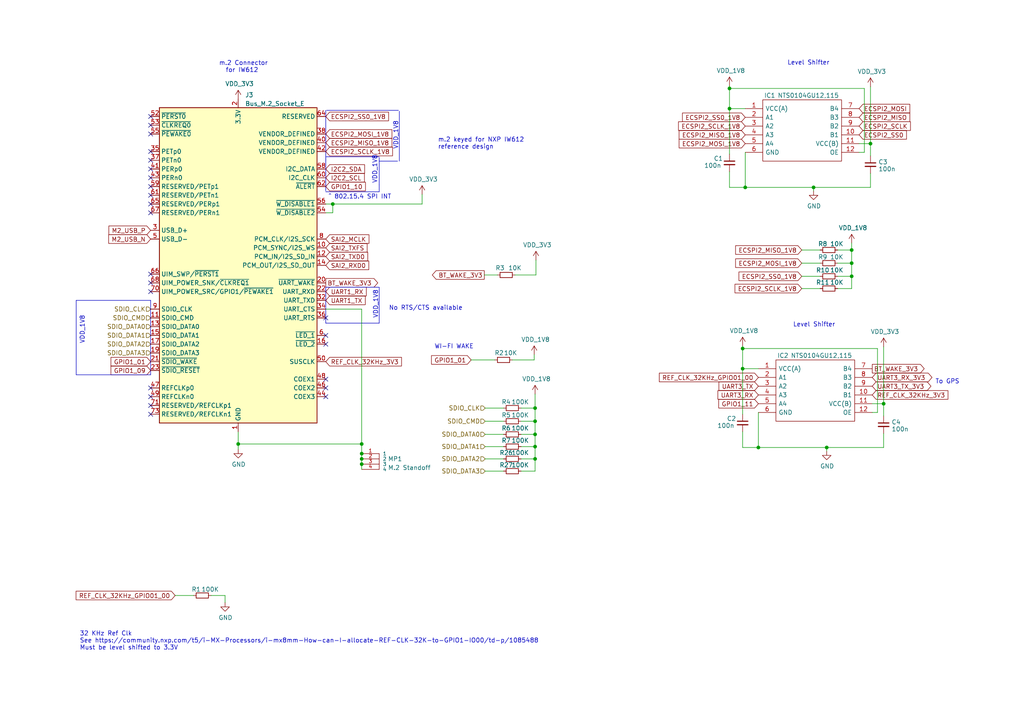
<source format=kicad_sch>
(kicad_sch (version 20230121) (generator eeschema)
  (paper "A4")
  (lib_symbols
    (symbol "Connector:Bus_M.2_Socket_E"
      (property "Reference" "J" (at -22.86 46.99 0))
      (property "Value" "Bus_M.2_Socket_E" (at 16.51 46.99 0))
      (symbol "Bus_M.2_Socket_E_0_1"
        (rectangle (start -22.86 45.72) (end 22.86 -45.72) (stroke (width 0.254)) (fill (type background)))
      )
      (symbol "Bus_M.2_Socket_E_1_1"
        (pin power_in line (at 0 -48.26 90) (length 2.54) (name "GND") (number "1"))
        (pin bidirectional line (at 25.4 5.08 180) (length 2.54) (name "PCM_SYNC/I2S_WS") (number "10"))
        (pin bidirectional line (at -25.4 -15.24 0) (length 2.54) (name "SDIO_CMD") (number "11"))
        (pin input line (at 25.4 2.54 180) (length 2.54) (name "PCM_IN/I2S_SD_IN") (number "12"))
        (pin bidirectional line (at -25.4 -17.78 0) (length 2.54) (name "SDIO_DATA0") (number "13"))
        (pin output line (at 25.4 0 180) (length 2.54) (name "PCM_OUT/I2S_SD_OUT") (number "14"))
        (pin bidirectional line (at -25.4 -20.32 0) (length 2.54) (name "SDIO_DATA1") (number "15"))
        (pin open_collector line (at 25.4 -22.86 180) (length 2.54) (name "~{LED_2}") (number "16"))
        (pin bidirectional line (at -25.4 -22.86 0) (length 2.54) (name "SDIO_DATA2") (number "17"))
        (pin passive line (at 0 -48.26 90) (length 2.54) hide (name "GND") (number "18"))
        (pin bidirectional line (at -25.4 -25.4 0) (length 2.54) (name "SDIO_DATA3") (number "19"))
        (pin power_in line (at 0 48.26 270) (length 2.54) (name "3.3V") (number "2"))
        (pin input line (at 25.4 -5.08 180) (length 2.54) (name "~{UART_WAKE}") (number "20"))
        (pin input line (at -25.4 -27.94 0) (length 2.54) (name "~{SDIO_WAKE}") (number "21"))
        (pin input line (at 25.4 -7.62 180) (length 2.54) (name "UART_RXD") (number "22"))
        (pin output line (at -25.4 -30.48 0) (length 2.54) (name "~{SDIO_RESET}") (number "23"))
        (pin bidirectional line (at -25.4 10.16 0) (length 2.54) (name "USB_D+") (number "3"))
        (pin output line (at 25.4 -10.16 180) (length 2.54) (name "UART_TXD") (number "32"))
        (pin passive line (at 0 -48.26 90) (length 2.54) hide (name "GND") (number "33"))
        (pin input line (at 25.4 -12.7 180) (length 2.54) (name "UART_CTS") (number "34"))
        (pin output line (at -25.4 33.02 0) (length 2.54) (name "PETp0") (number "35"))
        (pin output line (at 25.4 -15.24 180) (length 2.54) (name "UART_RTS") (number "36"))
        (pin output line (at -25.4 30.48 0) (length 2.54) (name "PETn0") (number "37"))
        (pin passive line (at 25.4 38.1 180) (length 2.54) (name "VENDOR_DEFINED") (number "38"))
        (pin passive line (at 0 -48.26 90) (length 2.54) hide (name "GND") (number "39"))
        (pin passive line (at 0 48.26 270) (length 2.54) hide (name "3.3V") (number "4"))
        (pin passive line (at 25.4 35.56 180) (length 2.54) (name "VENDOR_DEFINED") (number "40"))
        (pin input line (at -25.4 27.94 0) (length 2.54) (name "PERp0") (number "41"))
        (pin passive line (at 25.4 33.02 180) (length 2.54) (name "VENDOR_DEFINED") (number "42"))
        (pin input line (at -25.4 25.4 0) (length 2.54) (name "PERn0") (number "43"))
        (pin bidirectional line (at 25.4 -38.1 180) (length 2.54) (name "COEX3") (number "44"))
        (pin passive line (at 0 -48.26 90) (length 2.54) hide (name "GND") (number "45"))
        (pin bidirectional line (at 25.4 -35.56 180) (length 2.54) (name "COEX2") (number "46"))
        (pin output line (at -25.4 -35.56 0) (length 2.54) (name "REFCLKp0") (number "47"))
        (pin bidirectional line (at 25.4 -33.02 180) (length 2.54) (name "COEX1") (number "48"))
        (pin output line (at -25.4 -38.1 0) (length 2.54) (name "REFCLKn0") (number "49"))
        (pin bidirectional line (at -25.4 7.62 0) (length 2.54) (name "USB_D-") (number "5"))
        (pin output line (at 25.4 -27.94 180) (length 2.54) (name "SUSCLK") (number "50"))
        (pin passive line (at 0 -48.26 90) (length 2.54) hide (name "GND") (number "51"))
        (pin output line (at -25.4 43.18 0) (length 2.54) (name "~{PERST0}") (number "52"))
        (pin bidirectional line (at -25.4 40.64 0) (length 2.54) (name "~{CLKREQ0}") (number "53"))
        (pin output line (at 25.4 15.24 180) (length 2.54) (name "~{W_DISABLE2}") (number "54"))
        (pin bidirectional line (at -25.4 38.1 0) (length 2.54) (name "~{PEWAKE0}") (number "55"))
        (pin output line (at 25.4 17.78 180) (length 2.54) (name "~{W_DISABLE1}") (number "56"))
        (pin passive line (at 0 -48.26 90) (length 2.54) hide (name "GND") (number "57"))
        (pin bidirectional line (at 25.4 27.94 180) (length 2.54) (name "I2C_DATA") (number "58"))
        (pin output line (at -25.4 22.86 0) (length 2.54) (name "RESERVED/PETp1") (number "59"))
        (pin open_collector line (at 25.4 -20.32 180) (length 2.54) (name "~{LED_1}") (number "6"))
        (pin output line (at 25.4 25.4 180) (length 2.54) (name "I2C_CLK") (number "60"))
        (pin output line (at -25.4 20.32 0) (length 2.54) (name "RESERVED/PETn1") (number "61"))
        (pin input line (at 25.4 22.86 180) (length 2.54) (name "~{ALERT}") (number "62"))
        (pin passive line (at 0 -48.26 90) (length 2.54) hide (name "GND") (number "63"))
        (pin passive line (at 25.4 43.18 180) (length 2.54) (name "RESERVED") (number "64"))
        (pin input line (at -25.4 17.78 0) (length 2.54) (name "RESERVED/PERp1") (number "65"))
        (pin output line (at -25.4 -2.54 0) (length 2.54) (name "UIM_SWP/~{PERST1}") (number "66"))
        (pin input line (at -25.4 15.24 0) (length 2.54) (name "RESERVED/PERn1") (number "67"))
        (pin bidirectional line (at -25.4 -5.08 0) (length 2.54) (name "UIM_POWER_SNK/~{CLKREQ1}") (number "68"))
        (pin passive line (at 0 -48.26 90) (length 2.54) hide (name "GND") (number "69"))
        (pin passive line (at 0 -48.26 90) (length 2.54) hide (name "GND") (number "7"))
        (pin bidirectional line (at -25.4 -7.62 0) (length 2.54) (name "UIM_POWER_SRC/GPIO1/~{PEWAKE1}") (number "70"))
        (pin output line (at -25.4 -40.64 0) (length 2.54) (name "RESERVED/REFCLKp1") (number "71"))
        (pin passive line (at 0 48.26 270) (length 2.54) hide (name "3.3V") (number "72"))
        (pin output line (at -25.4 -43.18 0) (length 2.54) (name "RESERVED/REFCLKn1") (number "73"))
        (pin passive line (at 0 48.26 270) (length 2.54) hide (name "3.3V") (number "74"))
        (pin passive line (at 0 -48.26 90) (length 2.54) hide (name "GND") (number "75"))
        (pin bidirectional line (at 25.4 7.62 180) (length 2.54) (name "PCM_CLK/I2S_SCK") (number "8"))
        (pin output line (at -25.4 -12.7 0) (length 2.54) (name "SDIO_CLK") (number "9"))
      )
    )
    (symbol "Device:C_Small" (pin_numbers hide) (pin_names (offset 0.254) hide)
      (property "Reference" "C" (at 0.254 1.778 0))
      (property "Value" "C_Small" (at 0.254 -2.032 0))
      (symbol "C_Small_0_1"
        (polyline (pts (xy -1.524 -0.508) (xy 1.524 -0.508)) (stroke (width 0.3302)))
        (polyline (pts (xy -1.524 0.508) (xy 1.524 0.508)) (stroke (width 0.3048)))
      )
      (symbol "C_Small_1_1"
        (pin passive line (at 0 2.54 270) (length 2.032) (name "~") (number "1"))
        (pin passive line (at 0 -2.54 90) (length 2.032) (name "~") (number "2"))
      )
    )
    (symbol "Device:R_Small" (pin_numbers hide) (pin_names (offset 0.254) hide)
      (property "Reference" "R" (at 0.762 0.508 0))
      (property "Value" "R_Small" (at 0.762 -1.016 0))
      (symbol "R_Small_0_1"
        (rectangle (start -0.762 1.778) (end 0.762 -1.778) (stroke (width 0.2032)))
      )
      (symbol "R_Small_1_1"
        (pin passive line (at 0 2.54 270) (length 0.762) (name "~") (number "1"))
        (pin passive line (at 0 -2.54 90) (length 0.762) (name "~") (number "2"))
      )
    )
    (symbol "ares-m-daughterboard:M.2 Standoff" (pin_names (offset 1.016))
      (property "Reference" "MP" (at 3.302 2.286 0))
      (property "Value" "M.2 Standoff" (at 3.302 0.508 0))
      (symbol "M.2 Standoff_0_0"
        (pin passive line (at -5.08 4.572 0) (length 5.08) (name "1") (number "1"))
        (pin passive line (at -5.08 3.048 0) (length 5.08) (name "2") (number "2"))
        (pin passive line (at -5.08 1.524 0) (length 5.08) (name "3") (number "3"))
        (pin passive line (at -5.08 0 0) (length 5.08) (name "4") (number "4"))
      )
      (symbol "M.2 Standoff_0_1"
        (polyline (pts (xy 0 4.572) (xy 0 0) (xy 0 0)) (stroke (width 0.1524)))
      )
    )
    (symbol "ares-m-daughterboard:NTS0104GU12,115" (pin_names (offset 0.762))
      (property "Reference" "IC" (at 29.21 7.62 0))
      (property "Value" "NTS0104GU12,115" (at 29.21 5.08 0))
      (symbol "NTS0104GU12,115_0_0"
        (pin passive line (at 0 0 0) (length 5.08) (name "VCC(A)") (number "1"))
        (pin passive line (at 33.02 -7.62 180) (length 5.08) (name "B1") (number "10"))
        (pin passive line (at 33.02 -10.16 180) (length 5.08) (name "VCC(B)") (number "11"))
        (pin passive line (at 33.02 -12.7 180) (length 5.08) (name "OE") (number "12"))
        (pin passive line (at 0 -2.54 0) (length 5.08) (name "A1") (number "2"))
        (pin passive line (at 0 -5.08 0) (length 5.08) (name "A2") (number "3"))
        (pin passive line (at 0 -7.62 0) (length 5.08) (name "A3") (number "4"))
        (pin passive line (at 0 -10.16 0) (length 5.08) (name "A4") (number "5"))
        (pin passive line (at 0 -12.7 0) (length 5.08) (name "GND") (number "6"))
        (pin passive line (at 33.02 0 180) (length 5.08) (name "B4") (number "7"))
        (pin passive line (at 33.02 -2.54 180) (length 5.08) (name "B3") (number "8"))
        (pin passive line (at 33.02 -5.08 180) (length 5.08) (name "B2") (number "9"))
      )
      (symbol "NTS0104GU12,115_0_1"
        (polyline (pts (xy 5.08 2.54) (xy 27.94 2.54) (xy 27.94 -15.24) (xy 5.08 -15.24) (xy 5.08 2.54)) (stroke (width 0.1524)))
      )
    )
    (symbol "kimchi_ulid:VDD_1V8" (power) (pin_names (offset 0))
      (property "Value" "VDD_1V8" (at 0 3.556 0))
      (symbol "VDD_1V8_0_1"
        (polyline (pts (xy -0.762 1.27) (xy 0 2.54)))
        (polyline (pts (xy 0 0) (xy 0 2.54)))
        (polyline (pts (xy 0 2.54) (xy 0.762 1.27)))
      )
      (symbol "VDD_1V8_1_1"
        (pin power_in line (at 0 0 90) (length 0) hide (name "VDD_1V8") (number "1"))
      )
    )
    (symbol "kimchi_ulid:VDD_3V3" (power) (pin_names (offset 0))
      (property "Value" "VDD_3V3" (at 0 3.556 0))
      (symbol "VDD_3V3_0_1"
        (polyline (pts (xy -0.762 1.27) (xy 0 2.54)))
        (polyline (pts (xy 0 0) (xy 0 2.54)))
        (polyline (pts (xy 0 2.54) (xy 0.762 1.27)))
      )
      (symbol "VDD_3V3_1_1"
        (pin power_in line (at 0 0 90) (length 0) hide (name "VDD_3V3") (number "1"))
      )
    )
    (symbol "power:GND" (power) (pin_names (offset 0))
      (property "Value" "GND" (at 0 -3.81 0))
      (symbol "GND_0_1"
        (polyline (pts (xy 0 0) (xy 0 -1.27) (xy 1.27 -1.27) (xy 0 -2.54) (xy -1.27 -1.27) (xy 0 -1.27)))
      )
      (symbol "GND_1_1"
        (pin power_in line (at 0 0 270) (length 0) hide (name "GND") (number "1"))
      )
    )
  )
  (junction (at 215.392 101.092))
  (junction (at 69.088 128.778))
  (junction (at 155.194 133.096))
  (junction (at 104.902 128.778))
  (junction (at 155.194 129.54))
  (junction (at 219.964 129.794))
  (junction (at 247.015 72.517))
  (junction (at 239.776 129.794))
  (junction (at 104.902 134.62))
  (junction (at 256.286 117.094))
  (junction (at 252.476 41.656))
  (junction (at 211.582 31.496))
  (junction (at 104.902 133.096))
  (junction (at 96.52 59.182))
  (junction (at 247.015 80.137))
  (junction (at 155.194 122.174))
  (junction (at 215.392 106.934))
  (junction (at 104.902 131.572))
  (junction (at 155.194 125.984))
  (junction (at 235.966 54.356))
  (junction (at 247.015 76.327))
  (junction (at 211.582 25.654))
  (junction (at 216.154 54.356))
  (junction (at 155.194 118.364))
  (no_connect (at 43.688 46.482))
  (no_connect (at 43.688 84.582))
  (no_connect (at 43.688 38.862))
  (no_connect (at 43.688 115.062))
  (no_connect (at 43.688 49.022))
  (no_connect (at 43.688 59.182))
  (no_connect (at 43.688 120.142))
  (no_connect (at 94.488 109.982))
  (no_connect (at 43.688 82.042))
  (no_connect (at 43.688 43.942))
  (no_connect (at 43.688 79.502))
  (no_connect (at 43.688 51.562))
  (no_connect (at 43.688 112.522))
  (no_connect (at 43.688 33.782))
  (no_connect (at 94.488 112.522))
  (no_connect (at 94.488 99.822))
  (no_connect (at 94.488 115.062))
  (no_connect (at 43.688 56.642))
  (no_connect (at 43.688 36.322))
  (no_connect (at 43.688 61.722))
  (no_connect (at 94.488 92.202))
  (no_connect (at 94.488 97.282))
  (no_connect (at 43.688 54.102))
  (no_connect (at 43.688 117.602))
  (wire (pts (xy 216.154 44.196) (xy 216.154 54.356)))
  (wire (pts (xy 140.462 79.756) (xy 144.272 79.756)))
  (polyline (pts (xy 109.982 93.726) (xy 94.488 93.726)))
  (polyline (pts (xy 109.982 53.594) (xy 109.982 55.626)))
  (polyline (pts (xy 22.098 87.122) (xy 22.098 108.712)))
  (wire (pts (xy 61.214 172.72) (xy 65.278 172.72)))
  (wire (pts (xy 140.716 136.652) (xy 146.05 136.652)))
  (wire (pts (xy 252.984 119.634) (xy 254.508 119.634)))
  (wire (pts (xy 232.537 72.517) (xy 237.871 72.517)))
  (wire (pts (xy 94.488 59.182) (xy 96.52 59.182)))
  (wire (pts (xy 211.582 24.892) (xy 211.582 25.654)))
  (wire (pts (xy 249.174 41.656) (xy 252.476 41.656)))
  (wire (pts (xy 219.964 129.794) (xy 239.776 129.794)))
  (wire (pts (xy 155.194 118.364) (xy 155.194 122.174)))
  (wire (pts (xy 140.716 129.54) (xy 146.05 129.54)))
  (polyline (pts (xy 109.982 55.626) (xy 94.488 55.626)))
  (polyline (pts (xy 109.982 83.312) (xy 109.982 93.726)))
  (wire (pts (xy 252.984 117.094) (xy 256.286 117.094)))
  (wire (pts (xy 242.951 72.517) (xy 247.015 72.517)))
  (wire (pts (xy 211.582 44.704) (xy 211.582 31.496)))
  (wire (pts (xy 140.716 133.096) (xy 146.05 133.096)))
  (polyline (pts (xy 43.688 87.122) (xy 43.688 108.712)))
  (wire (pts (xy 96.52 61.722) (xy 96.52 59.182)))
  (wire (pts (xy 211.582 25.654) (xy 250.698 25.654)))
  (wire (pts (xy 155.194 136.652) (xy 155.194 133.096)))
  (wire (pts (xy 104.902 131.572) (xy 104.902 133.096)))
  (wire (pts (xy 122.428 56.388) (xy 122.428 59.182)))
  (wire (pts (xy 235.966 54.356) (xy 235.966 55.372)))
  (wire (pts (xy 140.716 125.984) (xy 146.05 125.984)))
  (wire (pts (xy 215.392 125.222) (xy 215.392 129.794)))
  (wire (pts (xy 232.537 83.693) (xy 237.871 83.693)))
  (wire (pts (xy 215.392 101.092) (xy 254.508 101.092)))
  (wire (pts (xy 50.8 172.72) (xy 56.134 172.72)))
  (wire (pts (xy 247.015 83.693) (xy 247.015 80.137)))
  (wire (pts (xy 256.286 117.094) (xy 256.286 100.584)))
  (wire (pts (xy 155.194 129.54) (xy 155.194 125.984)))
  (wire (pts (xy 151.13 129.54) (xy 155.194 129.54)))
  (wire (pts (xy 252.476 41.656) (xy 252.476 25.146)))
  (wire (pts (xy 69.088 125.222) (xy 69.088 128.778)))
  (wire (pts (xy 148.59 104.394) (xy 154.94 104.394)))
  (wire (pts (xy 211.582 54.356) (xy 216.154 54.356)))
  (wire (pts (xy 215.392 101.092) (xy 215.392 106.934)))
  (polyline (pts (xy 94.488 45.72) (xy 94.488 55.372)))
  (wire (pts (xy 104.902 128.778) (xy 69.088 128.778)))
  (polyline (pts (xy 94.488 45.466) (xy 109.982 45.466)))
  (wire (pts (xy 242.951 80.137) (xy 247.015 80.137)))
  (wire (pts (xy 252.476 54.356) (xy 235.966 54.356)))
  (wire (pts (xy 215.392 100.33) (xy 215.392 101.092)))
  (wire (pts (xy 232.537 76.327) (xy 237.871 76.327)))
  (wire (pts (xy 247.015 72.517) (xy 247.015 76.327)))
  (wire (pts (xy 211.582 49.784) (xy 211.582 54.356)))
  (wire (pts (xy 94.488 89.662) (xy 104.902 89.662)))
  (polyline (pts (xy 94.488 83.312) (xy 109.982 83.312)))
  (wire (pts (xy 149.352 79.756) (xy 155.448 79.756)))
  (polyline (pts (xy 43.688 87.122) (xy 22.098 87.122)))
  (wire (pts (xy 104.902 134.62) (xy 104.902 136.144)))
  (wire (pts (xy 154.94 104.394) (xy 154.94 102.87)))
  (wire (pts (xy 104.902 133.096) (xy 104.902 134.62)))
  (wire (pts (xy 211.582 31.496) (xy 216.154 31.496)))
  (wire (pts (xy 104.902 89.662) (xy 104.902 128.778)))
  (wire (pts (xy 155.194 122.174) (xy 155.194 125.984)))
  (wire (pts (xy 151.13 133.096) (xy 155.194 133.096)))
  (wire (pts (xy 215.392 120.142) (xy 215.392 106.934)))
  (wire (pts (xy 232.537 80.137) (xy 237.871 80.137)))
  (wire (pts (xy 247.015 70.485) (xy 247.015 72.517)))
  (wire (pts (xy 69.088 128.778) (xy 69.088 130.302)))
  (wire (pts (xy 256.286 129.794) (xy 239.776 129.794)))
  (wire (pts (xy 65.278 172.72) (xy 65.278 174.752)))
  (wire (pts (xy 216.154 54.356) (xy 235.966 54.356)))
  (wire (pts (xy 249.174 44.196) (xy 250.698 44.196)))
  (wire (pts (xy 256.286 117.094) (xy 256.286 120.65)))
  (polyline (pts (xy 94.488 83.312) (xy 94.488 93.726)))
  (wire (pts (xy 94.488 61.722) (xy 96.52 61.722)))
  (wire (pts (xy 155.448 79.756) (xy 155.448 75.438)))
  (wire (pts (xy 151.13 125.984) (xy 155.194 125.984)))
  (wire (pts (xy 256.286 125.73) (xy 256.286 129.794)))
  (polyline (pts (xy 94.488 32.004) (xy 94.488 46.736)))
  (wire (pts (xy 155.194 114.3) (xy 155.194 118.364)))
  (polyline (pts (xy 22.098 108.712) (xy 43.688 108.712)))
  (wire (pts (xy 136.652 104.394) (xy 143.51 104.394)))
  (wire (pts (xy 211.582 25.654) (xy 211.582 31.496)))
  (wire (pts (xy 151.13 118.364) (xy 155.194 118.364)))
  (wire (pts (xy 252.476 41.656) (xy 252.476 45.212)))
  (polyline (pts (xy 109.982 45.72) (xy 109.982 53.594)))
  (polyline (pts (xy 115.824 32.258) (xy 115.824 46.736)))
  (wire (pts (xy 140.716 122.174) (xy 146.05 122.174)))
  (wire (pts (xy 254.508 101.092) (xy 254.508 119.634)))
  (wire (pts (xy 247.015 76.327) (xy 242.951 76.327)))
  (wire (pts (xy 155.194 133.096) (xy 155.194 129.54)))
  (wire (pts (xy 242.951 83.693) (xy 247.015 83.693)))
  (wire (pts (xy 104.902 128.778) (xy 104.902 131.572)))
  (wire (pts (xy 96.52 59.182) (xy 122.428 59.182)))
  (polyline (pts (xy 94.742 32.004) (xy 115.57 32.004)))
  (wire (pts (xy 247.015 76.327) (xy 247.015 80.137)))
  (wire (pts (xy 140.716 118.364) (xy 146.05 118.364)))
  (wire (pts (xy 239.776 129.794) (xy 239.776 130.81)))
  (wire (pts (xy 155.194 122.174) (xy 151.13 122.174)))
  (wire (pts (xy 151.13 136.652) (xy 155.194 136.652)))
  (wire (pts (xy 250.698 25.654) (xy 250.698 44.196)))
  (wire (pts (xy 252.476 50.292) (xy 252.476 54.356)))
  (wire (pts (xy 215.392 129.794) (xy 219.964 129.794)))
  (polyline (pts (xy 115.316 46.736) (xy 109.982 46.736)))
  (wire (pts (xy 215.392 106.934) (xy 219.964 106.934)))
  (wire (pts (xy 219.964 119.634) (xy 219.964 129.794)))
  (text "32 KHz Ref Clk\nSee https://community.nxp.com/t5/i-MX-Processors/i-mx8mm-How-can-I-allocate-REF-CLK-32K-to-GPIO1-IO00/td-p/1085488\nMust be level shifted to 3.3V\n" (at 23.114 188.722 0) (effects (font (size 1.27 1.27)) (justify left bottom)))
  (text "WI-FI WAKE" (at 125.984 101.346 0) (effects (font (size 1.27 1.27)) (justify left bottom)))
  (text "VDD_1V8" (at 109.474 53.34 90) (effects (font (size 1.27 1.27)) (justify left bottom)))
  (text "VDD_1V8" (at 24.638 99.822 90) (effects (font (size 1.27 1.27)) (justify left bottom)))
  (text "Level Shifter" (at 228.346 19.05 0) (effects (font (size 1.27 1.27)) (justify left bottom)))
  (text "No RTS/CTS available" (at 112.776 90.17 0) (effects (font (size 1.27 1.27)) (justify left bottom)))
  (text "VDD_1V8" (at 109.728 92.456 90) (effects (font (size 1.27 1.27)) (justify left bottom)))
  (text "m.2 keyed for NXP IW612\nreference design" (at 127 43.434 0) (effects (font (size 1.27 1.27)) (justify left bottom)))
  (text "m.2 Connector\n  for IW612" (at 63.5 21.209 0) (effects (font (size 1.27 1.27)) (justify left bottom)))
  (text "^ 802.15.4 SPI INT" (at 95.25 57.912 0) (effects (font (size 1.27 1.27)) (justify left bottom)))
  (text "Level Shifter" (at 229.997 94.996 0) (effects (font (size 1.27 1.27)) (justify left bottom)))
  (text "VDD_1V8" (at 115.57 43.434 90) (effects (font (size 1.27 1.27)) (justify left bottom)))
  (text "To GPS" (at 271.272 111.506 0) (effects (font (size 1.27 1.27)) (justify left bottom)))
  (global_label "ECSPI2_SCLK_1V8" (shape input) (at 232.537 83.693 180) (property "Intersheetrefs" "${INTERSHEET_REFS}" (effects hide)))
  (global_label "ECSPI2_MOSI_1V8" (shape input) (at 232.537 76.327 180) (property "Intersheetrefs" "${INTERSHEET_REFS}" (effects hide)))
  (global_label "BT_WAKE_3V3" (shape output) (at 140.462 79.756 180) (property "Intersheetrefs" "${INTERSHEET_REFS}" (effects hide)))
  (global_label "REF_CLK_32KHz_3V3" (shape input) (at 94.488 104.902 0) (property "Intersheetrefs" "${INTERSHEET_REFS}" (effects hide)))
  (global_label "REF_CLK_32KHz_3V3" (shape input) (at 252.984 114.554 0) (property "Intersheetrefs" "${INTERSHEET_REFS}" (effects hide)))
  (global_label "UART3_TX" (shape input) (at 219.964 112.014 180) (property "Intersheetrefs" "${INTERSHEET_REFS}" (effects hide)))
  (global_label "UART1_TX" (shape input) (at 94.488 87.122 0) (property "Intersheetrefs" "${INTERSHEET_REFS}" (effects hide)))
  (global_label "ECSPI2_SS0_1V8" (shape input) (at 94.488 33.782 0) (property "Intersheetrefs" "${INTERSHEET_REFS}" (effects hide)))
  (global_label "ECSPI2_MISO_1V8" (shape input) (at 232.537 72.517 180) (property "Intersheetrefs" "${INTERSHEET_REFS}" (effects hide)))
  (global_label "I2C2_SDA" (shape input) (at 94.488 49.022 0) (property "Intersheetrefs" "${INTERSHEET_REFS}" (effects hide)))
  (global_label "ECSPI2_SCLK_1V8" (shape input) (at 216.154 36.576 180) (property "Intersheetrefs" "${INTERSHEET_REFS}" (effects hide)))
  (global_label "I2C2_SCL" (shape input) (at 94.488 51.562 0) (property "Intersheetrefs" "${INTERSHEET_REFS}" (effects hide)))
  (global_label "UART3_TX_3V3" (shape bidirectional) (at 252.984 112.014 0) (property "Intersheetrefs" "${INTERSHEET_REFS}" (effects hide)))
  (global_label "SAI2_TXFS" (shape input) (at 94.488 71.882 0) (property "Intersheetrefs" "${INTERSHEET_REFS}" (effects hide)))
  (global_label "ECSPI2_SS0_1V8" (shape input) (at 216.154 34.036 180) (property "Intersheetrefs" "${INTERSHEET_REFS}" (effects hide)))
  (global_label "ECSPI2_SS0" (shape input) (at 249.174 39.116 0) (property "Intersheetrefs" "${INTERSHEET_REFS}" (effects hide)))
  (global_label "ECSPI2_MISO_1V8" (shape input) (at 216.154 39.116 180) (property "Intersheetrefs" "${INTERSHEET_REFS}" (effects hide)))
  (global_label "ECSPI2_MISO" (shape input) (at 249.174 34.036 0) (property "Intersheetrefs" "${INTERSHEET_REFS}" (effects hide)))
  (global_label "ECSPI2_SCLK_1V8" (shape input) (at 94.488 43.942 0) (property "Intersheetrefs" "${INTERSHEET_REFS}" (effects hide)))
  (global_label "SAI2_MCLK" (shape input) (at 94.488 69.342 0) (property "Intersheetrefs" "${INTERSHEET_REFS}" (effects hide)))
  (global_label "GPIO1_09" (shape input) (at 43.688 107.442 180) (property "Intersheetrefs" "${INTERSHEET_REFS}" (effects hide)))
  (global_label "ECSPI2_MOSI_1V8" (shape input) (at 216.154 41.656 180) (property "Intersheetrefs" "${INTERSHEET_REFS}" (effects hide)))
  (global_label "ECSPI2_MISO_1V8" (shape input) (at 94.488 41.402 0) (property "Intersheetrefs" "${INTERSHEET_REFS}" (effects hide)))
  (global_label "UART1_RX" (shape input) (at 94.488 84.582 0) (property "Intersheetrefs" "${INTERSHEET_REFS}" (effects hide)))
  (global_label "ECSPI2_MOSI_1V8" (shape input) (at 94.488 38.862 0) (property "Intersheetrefs" "${INTERSHEET_REFS}" (effects hide)))
  (global_label "GPIO1_01" (shape input) (at 43.688 104.902 180) (property "Intersheetrefs" "${INTERSHEET_REFS}" (effects hide)))
  (global_label "GPIO1_01" (shape input) (at 136.652 104.394 180) (property "Intersheetrefs" "${INTERSHEET_REFS}" (effects hide)))
  (global_label "REF_CLK_32KHz_GPIO01_00" (shape input) (at 219.964 109.474 180) (property "Intersheetrefs" "${INTERSHEET_REFS}" (effects hide)))
  (global_label "SAI2_TXD0" (shape input) (at 94.488 74.422 0) (property "Intersheetrefs" "${INTERSHEET_REFS}" (effects hide)))
  (global_label "BT_WAKE_3V3" (shape output) (at 252.984 106.934 0) (property "Intersheetrefs" "${INTERSHEET_REFS}" (effects hide)))
  (global_label "ECSPI2_MOSI" (shape input) (at 249.174 31.496 0) (property "Intersheetrefs" "${INTERSHEET_REFS}" (effects hide)))
  (global_label "ECSPI2_SS0_1V8" (shape input) (at 232.537 80.137 180) (property "Intersheetrefs" "${INTERSHEET_REFS}" (effects hide)))
  (global_label "M2_USB_N" (shape input) (at 43.688 69.342 180) (property "Intersheetrefs" "${INTERSHEET_REFS}" (effects hide)))
  (global_label "UART3_RX_3V3" (shape bidirectional) (at 252.984 109.474 0) (property "Intersheetrefs" "${INTERSHEET_REFS}" (effects hide)))
  (global_label "M2_USB_P" (shape input) (at 43.688 66.802 180) (property "Intersheetrefs" "${INTERSHEET_REFS}" (effects hide)))
  (global_label "REF_CLK_32KHz_GPIO01_00" (shape input) (at 50.8 172.72 180) (property "Intersheetrefs" "${INTERSHEET_REFS}" (effects hide)))
  (global_label "UART3_RX" (shape input) (at 219.964 114.554 180) (property "Intersheetrefs" "${INTERSHEET_REFS}" (effects hide)))
  (global_label "GPIO1_10" (shape input) (at 94.488 54.102 0) (property "Intersheetrefs" "${INTERSHEET_REFS}" (effects hide)))
  (global_label "SAI2_RXD0" (shape input) (at 94.488 76.962 0) (property "Intersheetrefs" "${INTERSHEET_REFS}" (effects hide)))
  (global_label "ECSPI2_SCLK" (shape input) (at 249.174 36.576 0) (property "Intersheetrefs" "${INTERSHEET_REFS}" (effects hide)))
  (global_label "BT_WAKE_3V3" (shape output) (at 94.488 82.042 0) (property "Intersheetrefs" "${INTERSHEET_REFS}" (effects hide)))
  (global_label "GPIO1_11" (shape input) (at 219.964 117.094 180) (property "Intersheetrefs" "${INTERSHEET_REFS}" (effects hide)))
  (hierarchical_label "SDIO_CMD" (shape input) (at 140.716 122.174 180))
  (hierarchical_label "SDIO_DATA0" (shape input) (at 43.688 94.742 180))
  (hierarchical_label "SDIO_DATA3" (shape input) (at 43.688 102.362 180))
  (hierarchical_label "SDIO_DATA3" (shape input) (at 140.716 136.652 180))
  (hierarchical_label "SDIO_CMD" (shape input) (at 43.688 92.202 180))
  (hierarchical_label "SDIO_DATA1" (shape input) (at 43.688 97.282 180))
  (hierarchical_label "SDIO_CLK" (shape input) (at 43.688 89.662 180))
  (hierarchical_label "SDIO_CLK" (shape input) (at 140.716 118.364 180))
  (hierarchical_label "SDIO_DATA1" (shape input) (at 140.716 129.54 180))
  (hierarchical_label "SDIO_DATA2" (shape input) (at 140.716 133.096 180))
  (hierarchical_label "SDIO_DATA2" (shape input) (at 43.688 99.822 180))
  (hierarchical_label "SDIO_DATA0" (shape input) (at 140.716 125.984 180))
  (symbol (lib_id "Device:R_Small") (at 146.05 104.394 90) (unit 1)
    (property "Reference" "R2" (at 144.78 102.362 90))
    (property "Value" "10K" (at 148.082 102.362 90))
    (property "Footprint" "Resistor_SMD:R_0402_1005Metric" (effects hide))
  )
  (symbol (lib_id "Device:R_Small") (at 148.59 129.54 90) (unit 1)
    (property "Reference" "R7" (at 146.812 127.762 90))
    (property "Value" "100K" (at 150.876 127.762 90))
    (property "Footprint" "Resistor_SMD:R_0402_1005Metric" (effects hide))
  )
  (symbol (lib_id "ares-m-daughterboard:NTS0104GU12,115") (at 216.154 31.496 0) (unit 1)
    (property "Reference" "IC1" (at 223.266 27.686 0))
    (property "Value" "NTS0104GU12,115" (at 234.442 27.686 0))
    (property "Footprint" "drone-control:NTS0104GU12115" (effects hide))
    (property "Datasheet" "https://componentsearchengine.com/Datasheets/2/NTS0104GU12,115.pdf" (effects hide))
    (property "Description" "Translation - Voltage Levels 5.8ns 5.5V 250mW OD" (effects hide))
    (property "Mouser Part Number" "771-NTS0104GU12115" (effects hide))
    (property "Mouser Price/Stock" "https://www.mouser.co.uk/ProductDetail/NXP-Semiconductors/NTS0104GU12115?qs=A1cBxND5mHLxKBBpk2Em8w%3D%3D" (effects hide))
    (property "Manufacturer_Name" "PHILIPS" (effects hide))
    (property "Manufacturer_Part_Number" "NTS0104GU12,115" (effects hide))
  )
  (symbol (lib_id "Device:R_Small") (at 148.59 136.652 90) (unit 1)
    (property "Reference" "R27" (at 146.812 134.874 90))
    (property "Value" "100K" (at 150.876 134.874 90))
    (property "Footprint" "Resistor_SMD:R_0402_1005Metric" (effects hide))
  )
  (symbol (lib_id "kimchi_ulid:VDD_3V3") (at 122.428 56.388 0) (unit 1)
    (property "Reference" "#PWR018" (effects hide))
    (property "Value" "VDD_3V3" (at 122.809 51.9938 0))
  )
  (symbol (lib_id "kimchi_ulid:VDD_1V8") (at 211.582 24.892 0) (unit 1)
    (property "Reference" "#PWR022" (effects hide))
    (property "Value" "VDD_1V8" (at 211.963 20.4978 0))
  )
  (symbol (lib_id "kimchi_ulid:VDD_3V3") (at 155.448 75.438 0) (unit 1)
    (property "Reference" "#PWR021" (effects hide))
    (property "Value" "VDD_3V3" (at 155.829 71.0438 0))
  )
  (symbol (lib_id "Device:R_Small") (at 240.411 83.693 90) (unit 1)
    (property "Reference" "R11" (at 238.633 81.915 90))
    (property "Value" "10K" (at 242.697 81.915 90))
    (property "Footprint" "Resistor_SMD:R_0402_1005Metric" (effects hide))
  )
  (symbol (lib_id "power:GND") (at 69.088 130.302 0) (unit 1)
    (property "Reference" "#PWR017" (effects hide))
    (property "Value" "GND" (at 69.215 134.6962 0))
  )
  (symbol (lib_id "Device:R_Small") (at 240.411 72.517 90) (unit 1)
    (property "Reference" "R8" (at 238.633 70.739 90))
    (property "Value" "10K" (at 242.697 70.739 90))
    (property "Footprint" "Resistor_SMD:R_0402_1005Metric" (effects hide))
  )
  (symbol (lib_id "Device:R_Small") (at 148.59 122.174 90) (unit 1)
    (property "Reference" "R5" (at 146.812 120.396 90))
    (property "Value" "100K" (at 150.876 120.396 90))
    (property "Footprint" "Resistor_SMD:R_0402_1005Metric" (effects hide))
  )
  (symbol (lib_id "kimchi_ulid:VDD_1V8") (at 154.94 102.87 0) (unit 1)
    (property "Reference" "#PWR019" (effects hide))
    (property "Value" "VDD_1V8" (at 155.321 98.4758 0))
  )
  (symbol (lib_id "power:GND") (at 65.278 174.752 0) (unit 1)
    (property "Reference" "#PWR015" (effects hide))
    (property "Value" "GND" (at 65.405 179.1462 0))
  )
  (symbol (lib_id "Device:R_Small") (at 148.59 133.096 90) (unit 1)
    (property "Reference" "R26" (at 146.812 131.318 90))
    (property "Value" "100K" (at 150.876 131.318 90))
    (property "Footprint" "Resistor_SMD:R_0402_1005Metric" (effects hide))
  )
  (symbol (lib_id "Device:C_Small") (at 252.476 47.752 0) (unit 1)
    (property "Reference" "C3" (at 254.762 46.99 0) (effects (justify left)))
    (property "Value" "100n" (at 254.762 49.022 0) (effects (justify left)))
    (property "Footprint" "Capacitor_SMD:C_0402_1005Metric" (effects hide))
  )
  (symbol (lib_id "kimchi_ulid:VDD_1V8") (at 155.194 114.3 0) (unit 1)
    (property "Reference" "#PWR020" (effects hide))
    (property "Value" "VDD_1V8" (at 155.575 109.9058 0))
  )
  (symbol (lib_id "kimchi_ulid:VDD_3V3") (at 256.286 100.584 0) (unit 1)
    (property "Reference" "#PWR028" (effects hide))
    (property "Value" "VDD_3V3" (at 256.667 96.1898 0))
  )
  (symbol (lib_id "power:GND") (at 235.966 55.372 0) (unit 1)
    (property "Reference" "#PWR025" (effects hide))
    (property "Value" "GND" (at 236.093 59.7662 0))
  )
  (symbol (lib_id "kimchi_ulid:VDD_1V8") (at 215.392 100.33 0) (unit 1)
    (property "Reference" "#PWR024" (effects hide))
    (property "Value" "VDD_1V8" (at 215.773 95.9358 0))
  )
  (symbol (lib_id "Device:C_Small") (at 256.286 123.19 0) (unit 1)
    (property "Reference" "C4" (at 258.572 122.428 0) (effects (justify left)))
    (property "Value" "100n" (at 258.572 124.46 0) (effects (justify left)))
    (property "Footprint" "Capacitor_SMD:C_0402_1005Metric" (effects hide))
  )
  (symbol (lib_id "Device:R_Small") (at 240.411 80.137 90) (unit 1)
    (property "Reference" "R10" (at 238.633 78.359 90))
    (property "Value" "10K" (at 242.697 78.359 90))
    (property "Footprint" "Resistor_SMD:R_0402_1005Metric" (effects hide))
  )
  (symbol (lib_id "Device:C_Small") (at 211.582 47.244 0) (unit 1)
    (property "Reference" "C1" (at 207.01 45.974 0) (effects (justify left)))
    (property "Value" "100n" (at 204.216 48.006 0) (effects (justify left)))
    (property "Footprint" "Capacitor_SMD:C_0402_1005Metric" (effects hide))
  )
  (symbol (lib_id "kimchi_ulid:VDD_3V3") (at 69.088 28.702 0) (unit 1)
    (property "Reference" "#PWR016" (effects hide))
    (property "Value" "VDD_3V3" (at 69.469 24.3078 0))
  )
  (symbol (lib_id "kimchi_ulid:VDD_1V8") (at 247.015 70.485 0) (unit 1)
    (property "Reference" "#PWR023" (effects hide))
    (property "Value" "VDD_1V8" (at 247.396 66.0908 0))
  )
  (symbol (lib_id "Device:C_Small") (at 215.392 122.682 0) (unit 1)
    (property "Reference" "C2" (at 210.82 121.412 0) (effects (justify left)))
    (property "Value" "100n" (at 208.026 123.444 0) (effects (justify left)))
    (property "Footprint" "Capacitor_SMD:C_0402_1005Metric" (effects hide))
  )
  (symbol (lib_id "Device:R_Small") (at 58.674 172.72 90) (unit 1)
    (property "Reference" "R1" (at 56.896 170.942 90))
    (property "Value" "100K" (at 60.96 170.942 90))
    (property "Footprint" "Resistor_SMD:R_0402_1005Metric" (effects hide))
  )
  (symbol (lib_id "Device:R_Small") (at 146.812 79.756 90) (unit 1)
    (property "Reference" "R3" (at 145.034 77.724 90))
    (property "Value" "10K" (at 149.352 77.724 90))
    (property "Footprint" "Resistor_SMD:R_0402_1005Metric" (effects hide))
  )
  (symbol (lib_id "ares-m-daughterboard:M.2 Standoff") (at 109.982 136.144 0) (unit 1)
    (property "Reference" "MP1" (at 112.522 133.0991 0) (effects (justify left)))
    (property "Value" "M.2 Standoff" (at 112.522 135.636 0) (effects (justify left)))
    (property "Footprint" "drone-control:JAE_SM3ZS067U410-NUT1-R1200" (effects hide))
    (property "MANUFACTURER" "JAE" (effects hide))
    (property "PARTREV" "2" (effects hide))
    (property "STANDARD" "Manufacturer Recommendations" (effects hide))
    (property "MAXIMUM_PACKAGE_HEIGHT" "3.16mm" (effects hide))
  )
  (symbol (lib_id "Device:R_Small") (at 148.59 125.984 90) (unit 1)
    (property "Reference" "R6" (at 146.812 124.206 90))
    (property "Value" "100K" (at 150.876 124.206 90))
    (property "Footprint" "Resistor_SMD:R_0402_1005Metric" (effects hide))
  )
  (symbol (lib_id "Device:R_Small") (at 240.411 76.327 90) (unit 1)
    (property "Reference" "R9" (at 238.633 74.549 90))
    (property "Value" "10K" (at 242.697 74.549 90))
    (property "Footprint" "Resistor_SMD:R_0402_1005Metric" (effects hide))
  )
  (symbol (lib_id "Connector:Bus_M.2_Socket_E") (at 69.088 76.962 0) (unit 1)
    (property "Reference" "J3" (at 71.1074 27.5422 0) (effects (justify left)))
    (property "Value" "Bus_M.2_Socket_E" (at 71.1074 30.0791 0) (effects (justify left)))
    (property "Footprint" "drone-control:MDT420E03001" (effects hide))
    (property "Datasheet" "http://read.pudn.com/downloads794/doc/project/3133918/PCIe_M.2_Electromechanical_Spec_Rev1.0_Final_11012013_RS_Clean.pdf#page=150" (effects hide))
  )
  (symbol (lib_id "kimchi_ulid:VDD_3V3") (at 252.476 25.146 0) (unit 1)
    (property "Reference" "#PWR027" (effects hide))
    (property "Value" "VDD_3V3" (at 252.857 20.7518 0))
  )
  (symbol (lib_id "ares-m-daughterboard:NTS0104GU12,115") (at 219.964 106.934 0) (unit 1)
    (property "Reference" "IC2" (at 227.076 103.124 0))
    (property "Value" "NTS0104GU12,115" (at 238.252 103.124 0))
    (property "Footprint" "drone-control:NTS0104GU12115" (effects hide))
    (property "Datasheet" "https://componentsearchengine.com/Datasheets/2/NTS0104GU12,115.pdf" (effects hide))
    (property "Description" "Translation - Voltage Levels 5.8ns 5.5V 250mW OD" (effects hide))
    (property "Mouser Part Number" "771-NTS0104GU12115" (effects hide))
    (property "Mouser Price/Stock" "https://www.mouser.co.uk/ProductDetail/NXP-Semiconductors/NTS0104GU12115?qs=A1cBxND5mHLxKBBpk2Em8w%3D%3D" (effects hide))
    (property "Manufacturer_Name" "PHILIPS" (effects hide))
    (property "Manufacturer_Part_Number" "NTS0104GU12,115" (effects hide))
  )
  (symbol (lib_id "Device:R_Small") (at 148.59 118.364 90) (unit 1)
    (property "Reference" "R4" (at 146.812 116.586 90))
    (property "Value" "100K" (at 150.876 116.586 90))
    (property "Footprint" "Resistor_SMD:R_0402_1005Metric" (effects hide))
  )
  (symbol (lib_id "power:GND") (at 239.776 130.81 0) (unit 1)
    (property "Reference" "#PWR026" (effects hide))
    (property "Value" "GND" (at 239.903 135.2042 0))
  )
)
</source>
